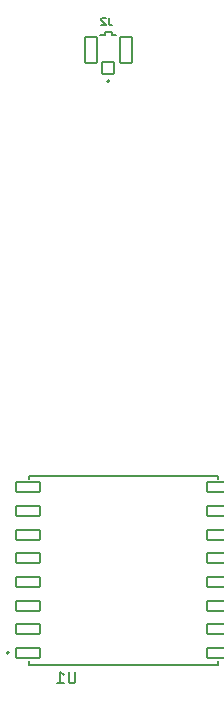
<source format=gbo>
G04 #@! TF.GenerationSoftware,KiCad,Pcbnew,8.0.4*
G04 #@! TF.CreationDate,2025-01-30T11:26:39-05:00*
G04 #@! TF.ProjectId,Cubesat_pcb,43756265-7361-4745-9f70-63622e6b6963,rev?*
G04 #@! TF.SameCoordinates,Original*
G04 #@! TF.FileFunction,Legend,Bot*
G04 #@! TF.FilePolarity,Positive*
%FSLAX46Y46*%
G04 Gerber Fmt 4.6, Leading zero omitted, Abs format (unit mm)*
G04 Created by KiCad (PCBNEW 8.0.4) date 2025-01-30 11:26:39*
%MOMM*%
%LPD*%
G01*
G04 APERTURE LIST*
G04 Aperture macros list*
%AMRoundRect*
0 Rectangle with rounded corners*
0 $1 Rounding radius*
0 $2 $3 $4 $5 $6 $7 $8 $9 X,Y pos of 4 corners*
0 Add a 4 corners polygon primitive as box body*
4,1,4,$2,$3,$4,$5,$6,$7,$8,$9,$2,$3,0*
0 Add four circle primitives for the rounded corners*
1,1,$1+$1,$2,$3*
1,1,$1+$1,$4,$5*
1,1,$1+$1,$6,$7*
1,1,$1+$1,$8,$9*
0 Add four rect primitives between the rounded corners*
20,1,$1+$1,$2,$3,$4,$5,0*
20,1,$1+$1,$4,$5,$6,$7,0*
20,1,$1+$1,$6,$7,$8,$9,0*
20,1,$1+$1,$8,$9,$2,$3,0*%
G04 Aperture macros list end*
%ADD10C,0.150000*%
%ADD11C,0.127000*%
%ADD12C,0.200000*%
%ADD13R,1.700000X1.700000*%
%ADD14O,1.700000X1.700000*%
%ADD15C,3.200000*%
%ADD16C,1.400000*%
%ADD17O,1.400000X1.400000*%
%ADD18RoundRect,0.250000X0.350000X0.625000X-0.350000X0.625000X-0.350000X-0.625000X0.350000X-0.625000X0*%
%ADD19O,1.200000X1.750000*%
%ADD20C,3.000000*%
%ADD21RoundRect,0.102000X1.000000X1.000000X-1.000000X1.000000X-1.000000X-1.000000X1.000000X-1.000000X0*%
%ADD22C,2.204000*%
%ADD23RoundRect,0.102000X-1.000000X-0.400000X1.000000X-0.400000X1.000000X0.400000X-1.000000X0.400000X0*%
%ADD24RoundRect,0.102000X0.500000X0.525000X-0.500000X0.525000X-0.500000X-0.525000X0.500000X-0.525000X0*%
%ADD25RoundRect,0.102000X0.525000X1.100000X-0.525000X1.100000X-0.525000X-1.100000X0.525000X-1.100000X0*%
G04 APERTURE END LIST*
D10*
X11436036Y23021834D02*
X11436036Y22212311D01*
X11436036Y22212311D02*
X11388417Y22117073D01*
X11388417Y22117073D02*
X11340798Y22069454D01*
X11340798Y22069454D02*
X11245560Y22021834D01*
X11245560Y22021834D02*
X11055084Y22021834D01*
X11055084Y22021834D02*
X10959846Y22069454D01*
X10959846Y22069454D02*
X10912227Y22117073D01*
X10912227Y22117073D02*
X10864608Y22212311D01*
X10864608Y22212311D02*
X10864608Y23021834D01*
X9864608Y22021834D02*
X10436036Y22021834D01*
X10150322Y22021834D02*
X10150322Y23021834D01*
X10150322Y23021834D02*
X10245560Y22878977D01*
X10245560Y22878977D02*
X10340798Y22783739D01*
X10340798Y22783739D02*
X10436036Y22736120D01*
X14278674Y78380515D02*
X14278674Y77922922D01*
X14278674Y77922922D02*
X14309181Y77831404D01*
X14309181Y77831404D02*
X14370193Y77770392D01*
X14370193Y77770392D02*
X14461712Y77739885D01*
X14461712Y77739885D02*
X14522724Y77739885D01*
X14004119Y78319503D02*
X13973613Y78350009D01*
X13973613Y78350009D02*
X13912600Y78380515D01*
X13912600Y78380515D02*
X13760069Y78380515D01*
X13760069Y78380515D02*
X13699057Y78350009D01*
X13699057Y78350009D02*
X13668551Y78319503D01*
X13668551Y78319503D02*
X13638044Y78258491D01*
X13638044Y78258491D02*
X13638044Y78197478D01*
X13638044Y78197478D02*
X13668551Y78105960D01*
X13668551Y78105960D02*
X14034625Y77739885D01*
X14034625Y77739885D02*
X13638044Y77739885D01*
D11*
G04 #@! TO.C,U1*
X7499132Y39611654D02*
X23499132Y39611654D01*
X7499132Y39331654D02*
X7499132Y39611654D01*
X7499132Y23891654D02*
X7499132Y23611654D01*
X7499132Y23611654D02*
X23499132Y23611654D01*
X23499132Y39611654D02*
X23499132Y39331654D01*
X23499132Y23611654D02*
X23499132Y23891654D01*
D12*
X5799132Y24611654D02*
G75*
G02*
X5599132Y24611654I-100000J0D01*
G01*
X5599132Y24611654D02*
G75*
G02*
X5799132Y24611654I100000J0D01*
G01*
D11*
G04 #@! TO.C,J2*
X13899132Y77161654D02*
X13899132Y76911654D01*
X13899132Y76911654D02*
X13499132Y76911654D01*
X14499132Y77161654D02*
X13899132Y77161654D01*
X14499132Y76911654D02*
X14499132Y77161654D01*
X14899132Y76911654D02*
X14499132Y76911654D01*
D12*
X14319132Y73001654D02*
G75*
G02*
X14119132Y73001654I-100000J0D01*
G01*
X14119132Y73001654D02*
G75*
G02*
X14319132Y73001654I100000J0D01*
G01*
G04 #@! TD*
%LPC*%
D13*
G04 #@! TO.C,J7*
X37224132Y19311654D03*
D14*
X37224132Y16771654D03*
X37224132Y14231654D03*
X37224132Y11691654D03*
G04 #@! TD*
D15*
G04 #@! TO.C,H3*
X76499132Y4511654D03*
G04 #@! TD*
D16*
G04 #@! TO.C,R1*
X22259132Y53911654D03*
D17*
X24799132Y53911654D03*
G04 #@! TD*
D15*
G04 #@! TO.C,H1*
X4499132Y76511654D03*
G04 #@! TD*
D18*
G04 #@! TO.C,J8*
X56599132Y72911654D03*
D19*
X54599132Y72911654D03*
X52599132Y72911654D03*
X50599132Y72911654D03*
G04 #@! TD*
D13*
G04 #@! TO.C,J1*
X76499132Y54486654D03*
D14*
X76499132Y51946654D03*
X76499132Y49406654D03*
X76499132Y46866654D03*
X76499132Y44326654D03*
X76499132Y41786654D03*
X76499132Y39246654D03*
X76499132Y36706654D03*
X76499132Y34166654D03*
X76499132Y31626654D03*
X76499132Y29086654D03*
X76499132Y26546654D03*
G04 #@! TD*
D18*
G04 #@! TO.C,J6*
X67999132Y72911654D03*
D19*
X65999132Y72911654D03*
X63999132Y72911654D03*
X61999132Y72911654D03*
G04 #@! TD*
D18*
G04 #@! TO.C,J4*
X33799132Y72911654D03*
D19*
X31799132Y72911654D03*
X29799132Y72911654D03*
X27799132Y72911654D03*
G04 #@! TD*
D16*
G04 #@! TO.C,R2*
X22259132Y50811654D03*
D17*
X24799132Y50811654D03*
G04 #@! TD*
D15*
G04 #@! TO.C,H4*
X4499132Y4511654D03*
G04 #@! TD*
G04 #@! TO.C,H2*
X76499132Y76511654D03*
G04 #@! TD*
D18*
G04 #@! TO.C,J5*
X45199132Y72911654D03*
D19*
X43199132Y72911654D03*
X41199132Y72911654D03*
X39199132Y72911654D03*
G04 #@! TD*
D20*
G04 #@! TO.C,U2*
X27779132Y15531654D03*
X27779132Y62481654D03*
X3269132Y15531654D03*
X3269132Y62481654D03*
D21*
X28199132Y23491654D03*
D22*
X28199132Y26031654D03*
X28199132Y28571654D03*
X28199132Y31111654D03*
X28199132Y33651654D03*
X28199132Y36191654D03*
X28199132Y38731654D03*
X28199132Y41271654D03*
X28199132Y43811654D03*
X28199132Y46351654D03*
X28199132Y48891654D03*
X28199132Y51431654D03*
X28199132Y53971654D03*
X28199132Y56511654D03*
X28199132Y59051654D03*
X2799132Y59051654D03*
X2799132Y56511654D03*
X2799132Y53971654D03*
X2799132Y51431654D03*
X2799132Y48891654D03*
X2799132Y46351654D03*
X2799132Y43811654D03*
X2799132Y41271654D03*
X2799132Y38731654D03*
X2799132Y36191654D03*
X2799132Y33651654D03*
X2799132Y31111654D03*
X2799132Y28571654D03*
X2799132Y26031654D03*
X2799132Y23491654D03*
G04 #@! TD*
D23*
G04 #@! TO.C,U1*
X7399132Y24611654D03*
X7399132Y26611654D03*
X7399132Y28611654D03*
X7399132Y30611654D03*
X7399132Y32611654D03*
X7399132Y34611654D03*
X7399132Y36611654D03*
X7399132Y38611654D03*
X23599132Y38611654D03*
X23599132Y36611654D03*
X23599132Y34611654D03*
X23599132Y32611654D03*
X23599132Y30611654D03*
X23599132Y28611654D03*
X23599132Y26611654D03*
X23599132Y24611654D03*
G04 #@! TD*
D24*
G04 #@! TO.C,J2*
X14199132Y74086654D03*
D25*
X12724132Y75611654D03*
X15674132Y75611654D03*
G04 #@! TD*
%LPD*%
M02*

</source>
